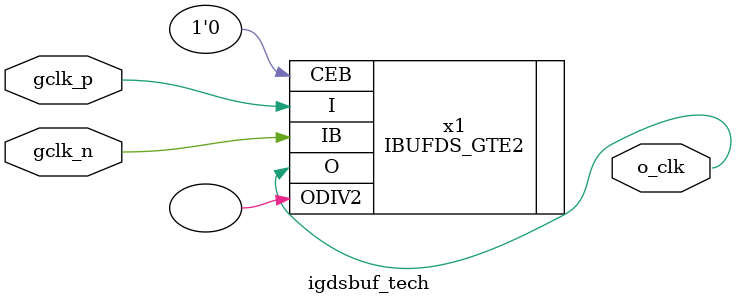
<source format=sv>

module igdsbuf_tech (
    input gclk_p,
    input gclk_n,
    output logic o_clk
);
 
    IBUFDS_GTE2 x1(.I(gclk_p), .IB(gclk_n), .CEB(1'b0), .O(o_clk), .ODIV2());
 
endmodule

</source>
